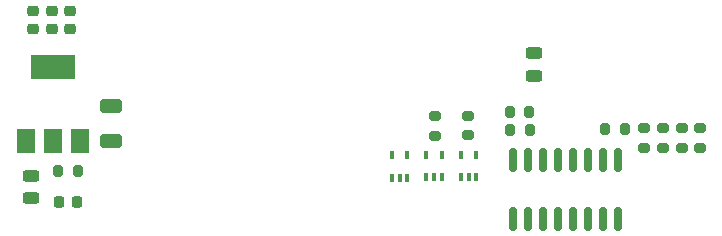
<source format=gtp>
G04 #@! TF.GenerationSoftware,KiCad,Pcbnew,8.0.0-rc1*
G04 #@! TF.CreationDate,2025-03-11T15:01:50+03:00*
G04 #@! TF.ProjectId,KSS_MD_V1.0,4b53535f-4d44-45f5-9631-2e302e6b6963,rev?*
G04 #@! TF.SameCoordinates,Original*
G04 #@! TF.FileFunction,Paste,Top*
G04 #@! TF.FilePolarity,Positive*
%FSLAX46Y46*%
G04 Gerber Fmt 4.6, Leading zero omitted, Abs format (unit mm)*
G04 Created by KiCad (PCBNEW 8.0.0-rc1) date 2025-03-11 15:01:50*
%MOMM*%
%LPD*%
G01*
G04 APERTURE LIST*
G04 Aperture macros list*
%AMRoundRect*
0 Rectangle with rounded corners*
0 $1 Rounding radius*
0 $2 $3 $4 $5 $6 $7 $8 $9 X,Y pos of 4 corners*
0 Add a 4 corners polygon primitive as box body*
4,1,4,$2,$3,$4,$5,$6,$7,$8,$9,$2,$3,0*
0 Add four circle primitives for the rounded corners*
1,1,$1+$1,$2,$3*
1,1,$1+$1,$4,$5*
1,1,$1+$1,$6,$7*
1,1,$1+$1,$8,$9*
0 Add four rect primitives between the rounded corners*
20,1,$1+$1,$2,$3,$4,$5,0*
20,1,$1+$1,$4,$5,$6,$7,0*
20,1,$1+$1,$6,$7,$8,$9,0*
20,1,$1+$1,$8,$9,$2,$3,0*%
G04 Aperture macros list end*
%ADD10RoundRect,0.273809X-0.676191X0.301191X-0.676191X-0.301191X0.676191X-0.301191X0.676191X0.301191X0*%
%ADD11R,0.400000X0.650000*%
%ADD12RoundRect,0.200000X-0.275000X0.200000X-0.275000X-0.200000X0.275000X-0.200000X0.275000X0.200000X0*%
%ADD13RoundRect,0.200000X0.200000X0.275000X-0.200000X0.275000X-0.200000X-0.275000X0.200000X-0.275000X0*%
%ADD14RoundRect,0.225000X0.250000X-0.225000X0.250000X0.225000X-0.250000X0.225000X-0.250000X-0.225000X0*%
%ADD15RoundRect,0.225000X0.225000X0.250000X-0.225000X0.250000X-0.225000X-0.250000X0.225000X-0.250000X0*%
%ADD16RoundRect,0.150000X0.150000X-0.825000X0.150000X0.825000X-0.150000X0.825000X-0.150000X-0.825000X0*%
%ADD17RoundRect,0.243750X-0.456250X0.243750X-0.456250X-0.243750X0.456250X-0.243750X0.456250X0.243750X0*%
%ADD18RoundRect,0.200000X-0.200000X-0.275000X0.200000X-0.275000X0.200000X0.275000X-0.200000X0.275000X0*%
%ADD19R,1.500000X2.000000*%
%ADD20R,3.800000X2.000000*%
%ADD21RoundRect,0.243750X0.456250X-0.243750X0.456250X0.243750X-0.456250X0.243750X-0.456250X-0.243750X0*%
G04 APERTURE END LIST*
D10*
X103065200Y-91231000D03*
X103065200Y-88281000D03*
D11*
X132655200Y-94316000D03*
X133305200Y-94316000D03*
X133955200Y-94316000D03*
X133955200Y-92416000D03*
X132655200Y-92416000D03*
X129745200Y-94336000D03*
X130395200Y-94336000D03*
X131045200Y-94336000D03*
X131045200Y-92436000D03*
X129745200Y-92436000D03*
D12*
X130435200Y-89161000D03*
X130435200Y-90811000D03*
D13*
X146540200Y-90256000D03*
X144890200Y-90256000D03*
D14*
X98005200Y-81791000D03*
X98005200Y-80241000D03*
D12*
X148205200Y-90181000D03*
X148205200Y-91831000D03*
D15*
X100165200Y-96406000D03*
X98615200Y-96406000D03*
D13*
X100235200Y-93816000D03*
X98585200Y-93816000D03*
D16*
X137095200Y-97856000D03*
X138365200Y-97856000D03*
X139635200Y-97856000D03*
X140905200Y-97856000D03*
X142175200Y-97856000D03*
X143445200Y-97856000D03*
X144715200Y-97856000D03*
X145985200Y-97856000D03*
X145985200Y-92906000D03*
X144715200Y-92906000D03*
X143445200Y-92906000D03*
X142175200Y-92906000D03*
X140905200Y-92906000D03*
X139635200Y-92906000D03*
X138365200Y-92906000D03*
X137095200Y-92906000D03*
D12*
X152885200Y-90166000D03*
X152885200Y-91816000D03*
X151345200Y-90166000D03*
X151345200Y-91816000D03*
D11*
X126825200Y-94356000D03*
X127475200Y-94356000D03*
X128125200Y-94356000D03*
X128125200Y-92456000D03*
X126825200Y-92456000D03*
D12*
X133295200Y-89111000D03*
X133295200Y-90761000D03*
D17*
X138855200Y-83848500D03*
X138855200Y-85723500D03*
D18*
X136800200Y-88776000D03*
X138450200Y-88776000D03*
X136820200Y-90346000D03*
X138470200Y-90346000D03*
D14*
X99565200Y-81791000D03*
X99565200Y-80241000D03*
D19*
X95845200Y-91266000D03*
X98145200Y-91266000D03*
D20*
X98145200Y-84966000D03*
D19*
X100445200Y-91266000D03*
D14*
X96465200Y-81811000D03*
X96465200Y-80261000D03*
D21*
X96260200Y-96083500D03*
X96260200Y-94208500D03*
D12*
X149795200Y-90181000D03*
X149795200Y-91831000D03*
M02*

</source>
